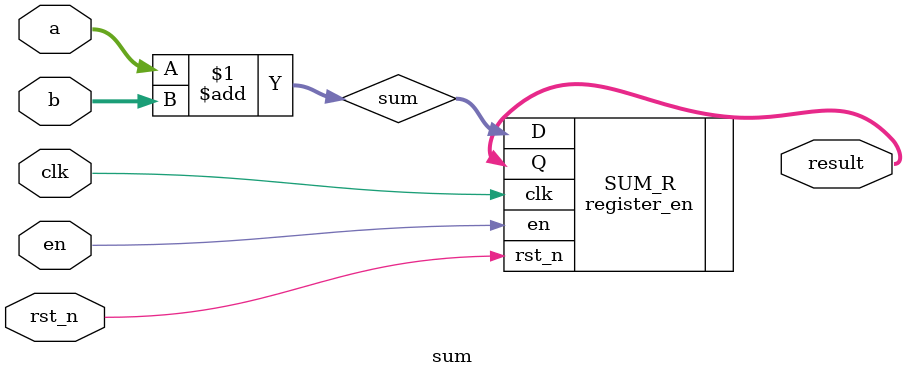
<source format=v>
module sum #(
    parameter WIDTH = 8
) (
    input clk,
    input rst_n,
    input [WIDTH-1:0] a,
    input [WIDTH-1:0] b,
    input en,
    output [WIDTH:0] result
);


  (* use_carry_chain = "yes" *) wire [WIDTH:0] sum;
  assign sum = a + b;
  register_en #(
      .WIDTH(WIDTH + 1)
  ) SUM_R (
      .clk(clk),
      .rst_n(rst_n),
      .en(en),
      .D(sum),
      .Q(result)
  );


endmodule
</source>
